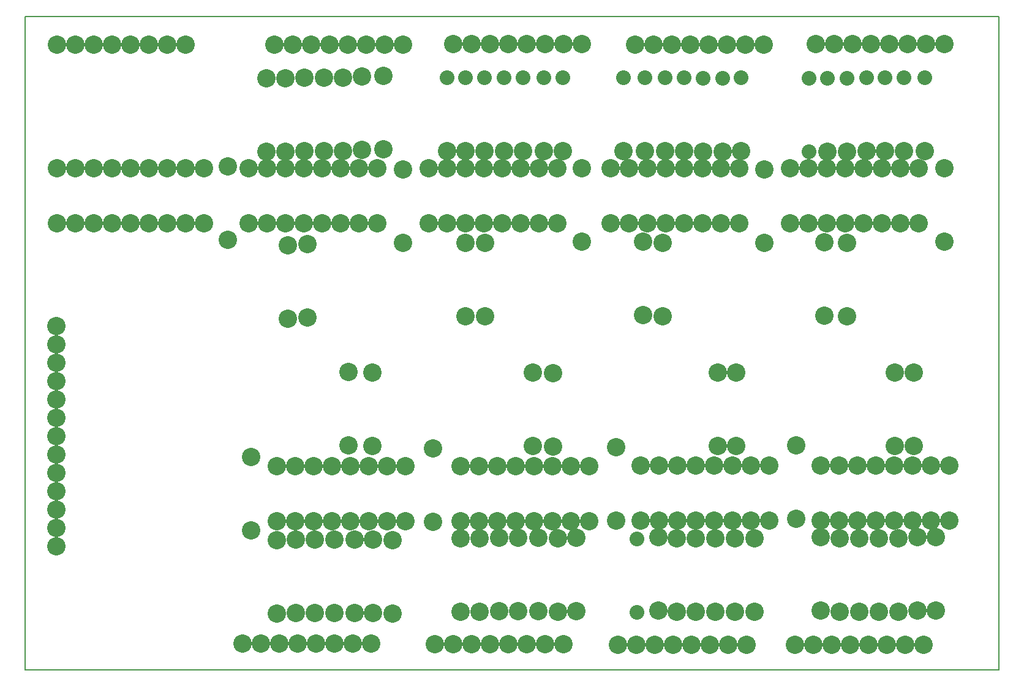
<source format=gbr>
G04 PROTEUS RS274X GERBER FILE*
%FSLAX45Y45*%
%MOMM*%
G01*
%ADD18C,2.540000*%
%ADD19C,2.032000*%
%ADD12C,0.203200*%
D18*
X-9990000Y-1842000D03*
X-9990000Y-1588000D03*
X-9990000Y-1334000D03*
X-9990000Y-1080000D03*
X-9990000Y-826000D03*
X-9990000Y-572000D03*
X-9990000Y-318000D03*
X-9990000Y-64000D03*
X-9990000Y+190000D03*
X-9990000Y+444000D03*
X-9990000Y+698000D03*
X-9990000Y+952000D03*
X-9980000Y+2370000D03*
X-9726000Y+2370000D03*
X-9472000Y+2370000D03*
X-9218000Y+2370000D03*
X-8964000Y+2370000D03*
X-8710000Y+2370000D03*
X-8456000Y+2370000D03*
X-8202000Y+2370000D03*
X-7948000Y+2370000D03*
X-7948000Y+3132000D03*
X-8202000Y+3132000D03*
X-8456000Y+3132000D03*
X-8710000Y+3132000D03*
X-8964000Y+3132000D03*
X-9218000Y+3132000D03*
X-9472000Y+3132000D03*
X-9726000Y+3132000D03*
X-9980000Y+3132000D03*
X-9990000Y-2102000D03*
X-9980000Y+4840000D03*
X-9726000Y+4840000D03*
X-9472000Y+4840000D03*
X-9218000Y+4840000D03*
X-8964000Y+4840000D03*
X-8710000Y+4840000D03*
X-8456000Y+4840000D03*
X-8202000Y+4840000D03*
X-6938000Y-1752351D03*
X-6684000Y-1752351D03*
X-6430000Y-1752351D03*
X-6176000Y-1752351D03*
X-5922000Y-1752351D03*
X-5668000Y-1752351D03*
X-5414000Y-1752351D03*
X-5160000Y-1752351D03*
X-5160000Y-990351D03*
X-5414000Y-990351D03*
X-5668000Y-990351D03*
X-5922000Y-990351D03*
X-6176000Y-990351D03*
X-6430000Y-990351D03*
X-6684000Y-990351D03*
X-6938000Y-990351D03*
X-4398000Y-1752351D03*
X-4144000Y-1752351D03*
X-3890000Y-1752351D03*
X-3636000Y-1752351D03*
X-3382000Y-1752351D03*
X-3128000Y-1752351D03*
X-2874000Y-1752351D03*
X-2620000Y-1752351D03*
X-2620000Y-990351D03*
X-2874000Y-990351D03*
X-3128000Y-990351D03*
X-3382000Y-990351D03*
X-3636000Y-990351D03*
X-3890000Y-990351D03*
X-4144000Y-990351D03*
X-4398000Y-990351D03*
X-1908000Y-1742351D03*
X-1654000Y-1742351D03*
X-1400000Y-1742351D03*
X-1146000Y-1742351D03*
X-892000Y-1742351D03*
X-638000Y-1742351D03*
X-384000Y-1742351D03*
X-130000Y-1742351D03*
X-130000Y-980351D03*
X-384000Y-980351D03*
X-638000Y-980351D03*
X-892000Y-980351D03*
X-1146000Y-980351D03*
X-1400000Y-980351D03*
X-1654000Y-980351D03*
X-1908000Y-980351D03*
X+582000Y-1742351D03*
X+836000Y-1742351D03*
X+1090000Y-1742351D03*
X+1344000Y-1742351D03*
X+1598000Y-1742351D03*
X+1852000Y-1742351D03*
X+2106000Y-1742351D03*
X+2360000Y-1742351D03*
X+2360000Y-980351D03*
X+2106000Y-980351D03*
X+1852000Y-980351D03*
X+1598000Y-980351D03*
X+1344000Y-980351D03*
X+1090000Y-980351D03*
X+836000Y-980351D03*
X+582000Y-980351D03*
X+1930000Y+3130000D03*
X+1676000Y+3130000D03*
X+1422000Y+3130000D03*
X+1168000Y+3130000D03*
X+914000Y+3130000D03*
X+660000Y+3130000D03*
X+406000Y+3130000D03*
X+152000Y+3130000D03*
X+152000Y+2368000D03*
X+406000Y+2368000D03*
X+660000Y+2368000D03*
X+914000Y+2368000D03*
X+1168000Y+2368000D03*
X+1422000Y+2368000D03*
X+1676000Y+2368000D03*
X+1930000Y+2368000D03*
X-550000Y+3130000D03*
X-804000Y+3130000D03*
X-1058000Y+3130000D03*
X-1312000Y+3130000D03*
X-1566000Y+3130000D03*
X-1820000Y+3130000D03*
X-2074000Y+3130000D03*
X-2328000Y+3130000D03*
X-2328000Y+2368000D03*
X-2074000Y+2368000D03*
X-1820000Y+2368000D03*
X-1566000Y+2368000D03*
X-1312000Y+2368000D03*
X-1058000Y+2368000D03*
X-804000Y+2368000D03*
X-550000Y+2368000D03*
X-3060000Y+3130000D03*
X-3314000Y+3130000D03*
X-3568000Y+3130000D03*
X-3822000Y+3130000D03*
X-4076000Y+3130000D03*
X-4330000Y+3130000D03*
X-4584000Y+3130000D03*
X-4838000Y+3130000D03*
X-4838000Y+2368000D03*
X-4584000Y+2368000D03*
X-4330000Y+2368000D03*
X-4076000Y+2368000D03*
X-3822000Y+2368000D03*
X-3568000Y+2368000D03*
X-3314000Y+2368000D03*
X-3060000Y+2368000D03*
X-5550000Y+3130000D03*
X-5804000Y+3130000D03*
X-6058000Y+3130000D03*
X-6312000Y+3130000D03*
X-6566000Y+3130000D03*
X-6820000Y+3130000D03*
X-7074000Y+3130000D03*
X-7328000Y+3130000D03*
X-7328000Y+2368000D03*
X-7074000Y+2368000D03*
X-6820000Y+2368000D03*
X-6566000Y+2368000D03*
X-6312000Y+2368000D03*
X-6058000Y+2368000D03*
X-5804000Y+2368000D03*
X-5550000Y+2368000D03*
X-6520000Y+2080000D03*
X-6520000Y+1064000D03*
X-4060000Y+2100000D03*
X-4060000Y+1084000D03*
X-1610000Y+2100000D03*
X-1610000Y+1084000D03*
X+940000Y+2100000D03*
X+940000Y+1084000D03*
X+1602000Y-712351D03*
X+1602000Y+303649D03*
X-848000Y-712351D03*
X-848000Y+303649D03*
X-3398000Y-712351D03*
X-3398000Y+303649D03*
X-5948000Y-702351D03*
X-5948000Y+313649D03*
X-7620000Y+2140000D03*
X-7620000Y+3156000D03*
X-5618000Y+307649D03*
X-5618000Y-708351D03*
X-3118000Y+297649D03*
X-3118000Y-718351D03*
X-588000Y+307649D03*
X-588000Y-708351D03*
X+1862000Y+307649D03*
X+1862000Y-708351D03*
X+630000Y+1090000D03*
X+630000Y+2106000D03*
X-1880000Y+1100000D03*
X-1880000Y+2116000D03*
X-6790000Y+1054000D03*
X-6790000Y+2070000D03*
X-4330000Y+1080000D03*
X-4330000Y+2096000D03*
X-7298000Y-1882351D03*
X-7298000Y-866351D03*
X-4778000Y-1762351D03*
X-4778000Y-746351D03*
X-2248000Y-1742351D03*
X-2248000Y-726351D03*
X+242000Y-1722351D03*
X+242000Y-706351D03*
X+2290000Y+3130000D03*
X+2290000Y+2114000D03*
X-200000Y+3120000D03*
X-200000Y+2104000D03*
X-2720000Y+3130000D03*
X-2720000Y+2114000D03*
X-5200000Y+3120000D03*
X-5200000Y+2104000D03*
X-7412000Y-3442351D03*
X-7158000Y-3442351D03*
X-6904000Y-3442351D03*
X-6650000Y-3442351D03*
X-6396000Y-3442351D03*
X-6142000Y-3442351D03*
X-5888000Y-3442351D03*
X-5634000Y-3442351D03*
X-4758000Y-3452351D03*
X-4504000Y-3452351D03*
X-4250000Y-3452351D03*
X-3996000Y-3452351D03*
X-3742000Y-3452351D03*
X-3488000Y-3452351D03*
X-3234000Y-3452351D03*
X-2980000Y-3452351D03*
X-2226000Y-3462351D03*
X-1972000Y-3462351D03*
X-1718000Y-3462351D03*
X-1464000Y-3462351D03*
X-1210000Y-3462351D03*
X-956000Y-3462351D03*
X-702000Y-3462351D03*
X-448000Y-3462351D03*
X+222000Y-3462351D03*
X+476000Y-3462351D03*
X+730000Y-3462351D03*
X+984000Y-3462351D03*
X+1238000Y-3462351D03*
X+1492000Y-3462351D03*
X+1746000Y-3462351D03*
X+2000000Y-3462351D03*
X+2290000Y+4850000D03*
X+2036000Y+4850000D03*
X+1782000Y+4850000D03*
X+1528000Y+4850000D03*
X+1274000Y+4850000D03*
X+1020000Y+4850000D03*
X+766000Y+4850000D03*
X+512000Y+4850000D03*
X-210000Y+4840000D03*
X-464000Y+4840000D03*
X-718000Y+4840000D03*
X-972000Y+4840000D03*
X-1226000Y+4840000D03*
X-1480000Y+4840000D03*
X-1734000Y+4840000D03*
X-1988000Y+4840000D03*
X-2720000Y+4850000D03*
X-2974000Y+4850000D03*
X-3228000Y+4850000D03*
X-3482000Y+4850000D03*
X-3736000Y+4850000D03*
X-3990000Y+4850000D03*
X-4244000Y+4850000D03*
X-4498000Y+4850000D03*
X-5200000Y+4840000D03*
X-5454000Y+4840000D03*
X-5708000Y+4840000D03*
X-5962000Y+4840000D03*
X-6216000Y+4840000D03*
X-6470000Y+4840000D03*
X-6724000Y+4840000D03*
X-6978000Y+4840000D03*
X-6938000Y-3032351D03*
X-6938000Y-2016351D03*
X-6678000Y-3022351D03*
X-6678000Y-2006351D03*
X-6418000Y-3022351D03*
X-6418000Y-2006351D03*
X-6148000Y-3022351D03*
X-6148000Y-2006351D03*
X-5868000Y-3022351D03*
X-5868000Y-2006351D03*
X-5608000Y-3022351D03*
X-5608000Y-2006351D03*
X-5338000Y-3032351D03*
X-5338000Y-2016351D03*
X-4398000Y-3008351D03*
X-4398000Y-1992351D03*
X-4138000Y-3008351D03*
X-4138000Y-1992351D03*
X-3868000Y-2998351D03*
X-3868000Y-1982351D03*
X-3608000Y-2998351D03*
X-3608000Y-1982351D03*
X-3328000Y-2998351D03*
X-3328000Y-1982351D03*
X-3058000Y-3008351D03*
X-3058000Y-1992351D03*
X-2798000Y-2998351D03*
X-2798000Y-1982351D03*
X-1668000Y-2992351D03*
X-1668000Y-1976351D03*
X-1408000Y-3002351D03*
X-1408000Y-1986351D03*
X-1148000Y-3002351D03*
X-1148000Y-1986351D03*
X-878000Y-3002351D03*
X-878000Y-1986351D03*
X-608000Y-3002351D03*
X-608000Y-1986351D03*
X-338000Y-3002351D03*
X-338000Y-1986351D03*
X+582000Y-2992351D03*
X+582000Y-1976351D03*
X+842000Y-3002351D03*
X+842000Y-1986351D03*
X+1112000Y-3002351D03*
X+1112000Y-1986351D03*
X+1382000Y-3002351D03*
X+1382000Y-1986351D03*
X+1652000Y-3002351D03*
X+1652000Y-1986351D03*
X+1912000Y-2992351D03*
X+1912000Y-1976351D03*
X+2172000Y-2992351D03*
X+2172000Y-1976351D03*
D19*
X+2020000Y+4390000D03*
D18*
X+2020000Y+3374000D03*
D19*
X+1730000Y+4390000D03*
D18*
X+1730000Y+3374000D03*
D19*
X+1470000Y+4390000D03*
D18*
X+1470000Y+3374000D03*
D19*
X+1210000Y+4390000D03*
D18*
X+1210000Y+3374000D03*
D19*
X+940000Y+4380000D03*
D18*
X+940000Y+3364000D03*
D19*
X+670000Y+4380000D03*
D18*
X+670000Y+3364000D03*
D19*
X+420000Y+4380000D03*
X+420000Y+3364000D03*
X-520000Y+4390000D03*
D18*
X-520000Y+3374000D03*
D19*
X-780000Y+4380000D03*
D18*
X-780000Y+3364000D03*
D19*
X-1050000Y+4380000D03*
D18*
X-1050000Y+3364000D03*
D19*
X-1310000Y+4390000D03*
D18*
X-1310000Y+3374000D03*
D19*
X-1570000Y+4390000D03*
D18*
X-1570000Y+3374000D03*
D19*
X-1850000Y+4390000D03*
D18*
X-1850000Y+3374000D03*
D19*
X-2150000Y+4390000D03*
D18*
X-2150000Y+3374000D03*
D19*
X-2990000Y+4390000D03*
D18*
X-2990000Y+3374000D03*
D19*
X-3250000Y+4390000D03*
D18*
X-3250000Y+3374000D03*
D19*
X-3540000Y+4390000D03*
D18*
X-3540000Y+3374000D03*
D19*
X-3800000Y+4390000D03*
D18*
X-3800000Y+3374000D03*
D19*
X-4070000Y+4390000D03*
D18*
X-4070000Y+3374000D03*
D19*
X-4330000Y+4390000D03*
D18*
X-4330000Y+3374000D03*
D19*
X-4590000Y+4390000D03*
D18*
X-4590000Y+3374000D03*
X-5470000Y+4410000D03*
X-5470000Y+3394000D03*
X-5760000Y+4400000D03*
X-5760000Y+3384000D03*
X-6030000Y+4390000D03*
X-6030000Y+3374000D03*
X-6290000Y+4390000D03*
X-6290000Y+3374000D03*
X-6560000Y+4390000D03*
X-6560000Y+3374000D03*
X-6820000Y+4380000D03*
X-6820000Y+3364000D03*
X-7080000Y+4380000D03*
X-7080000Y+3364000D03*
D19*
X-1960000Y-3010000D03*
X-1960000Y-1994000D03*
D12*
X-10420000Y-3810000D02*
X+3040000Y-3810000D01*
X+3040000Y+5230000D01*
X-10420000Y+5230000D01*
X-10420000Y-3810000D01*
M02*

</source>
